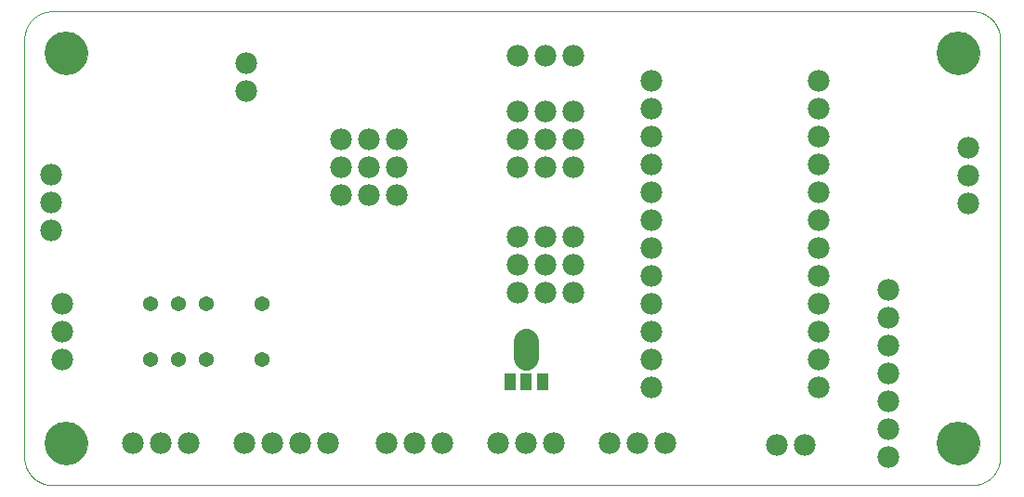
<source format=gbs>
G75*
%MOIN*%
%OFA0B0*%
%FSLAX25Y25*%
%IPPOS*%
%LPD*%
%AMOC8*
5,1,8,0,0,1.08239X$1,22.5*
%
%ADD10C,0.00000*%
%ADD11C,0.15350*%
%ADD12C,0.07800*%
%ADD13C,0.05400*%
%ADD14C,0.09061*%
%ADD15R,0.04134X0.06201*%
D10*
X0011300Y0001300D02*
X0341300Y0001300D01*
X0341542Y0001303D01*
X0341783Y0001312D01*
X0342024Y0001326D01*
X0342265Y0001347D01*
X0342505Y0001373D01*
X0342745Y0001405D01*
X0342984Y0001443D01*
X0343221Y0001486D01*
X0343458Y0001536D01*
X0343693Y0001591D01*
X0343927Y0001651D01*
X0344159Y0001718D01*
X0344390Y0001789D01*
X0344619Y0001867D01*
X0344846Y0001950D01*
X0345071Y0002038D01*
X0345294Y0002132D01*
X0345514Y0002231D01*
X0345732Y0002336D01*
X0345947Y0002445D01*
X0346160Y0002560D01*
X0346370Y0002680D01*
X0346576Y0002805D01*
X0346780Y0002935D01*
X0346981Y0003070D01*
X0347178Y0003210D01*
X0347372Y0003354D01*
X0347562Y0003503D01*
X0347748Y0003657D01*
X0347931Y0003815D01*
X0348110Y0003977D01*
X0348285Y0004144D01*
X0348456Y0004315D01*
X0348623Y0004490D01*
X0348785Y0004669D01*
X0348943Y0004852D01*
X0349097Y0005038D01*
X0349246Y0005228D01*
X0349390Y0005422D01*
X0349530Y0005619D01*
X0349665Y0005820D01*
X0349795Y0006024D01*
X0349920Y0006230D01*
X0350040Y0006440D01*
X0350155Y0006653D01*
X0350264Y0006868D01*
X0350369Y0007086D01*
X0350468Y0007306D01*
X0350562Y0007529D01*
X0350650Y0007754D01*
X0350733Y0007981D01*
X0350811Y0008210D01*
X0350882Y0008441D01*
X0350949Y0008673D01*
X0351009Y0008907D01*
X0351064Y0009142D01*
X0351114Y0009379D01*
X0351157Y0009616D01*
X0351195Y0009855D01*
X0351227Y0010095D01*
X0351253Y0010335D01*
X0351274Y0010576D01*
X0351288Y0010817D01*
X0351297Y0011058D01*
X0351300Y0011300D01*
X0351300Y0161300D01*
X0351297Y0161542D01*
X0351288Y0161783D01*
X0351274Y0162024D01*
X0351253Y0162265D01*
X0351227Y0162505D01*
X0351195Y0162745D01*
X0351157Y0162984D01*
X0351114Y0163221D01*
X0351064Y0163458D01*
X0351009Y0163693D01*
X0350949Y0163927D01*
X0350882Y0164159D01*
X0350811Y0164390D01*
X0350733Y0164619D01*
X0350650Y0164846D01*
X0350562Y0165071D01*
X0350468Y0165294D01*
X0350369Y0165514D01*
X0350264Y0165732D01*
X0350155Y0165947D01*
X0350040Y0166160D01*
X0349920Y0166370D01*
X0349795Y0166576D01*
X0349665Y0166780D01*
X0349530Y0166981D01*
X0349390Y0167178D01*
X0349246Y0167372D01*
X0349097Y0167562D01*
X0348943Y0167748D01*
X0348785Y0167931D01*
X0348623Y0168110D01*
X0348456Y0168285D01*
X0348285Y0168456D01*
X0348110Y0168623D01*
X0347931Y0168785D01*
X0347748Y0168943D01*
X0347562Y0169097D01*
X0347372Y0169246D01*
X0347178Y0169390D01*
X0346981Y0169530D01*
X0346780Y0169665D01*
X0346576Y0169795D01*
X0346370Y0169920D01*
X0346160Y0170040D01*
X0345947Y0170155D01*
X0345732Y0170264D01*
X0345514Y0170369D01*
X0345294Y0170468D01*
X0345071Y0170562D01*
X0344846Y0170650D01*
X0344619Y0170733D01*
X0344390Y0170811D01*
X0344159Y0170882D01*
X0343927Y0170949D01*
X0343693Y0171009D01*
X0343458Y0171064D01*
X0343221Y0171114D01*
X0342984Y0171157D01*
X0342745Y0171195D01*
X0342505Y0171227D01*
X0342265Y0171253D01*
X0342024Y0171274D01*
X0341783Y0171288D01*
X0341542Y0171297D01*
X0341300Y0171300D01*
X0011300Y0171300D01*
X0011058Y0171297D01*
X0010817Y0171288D01*
X0010576Y0171274D01*
X0010335Y0171253D01*
X0010095Y0171227D01*
X0009855Y0171195D01*
X0009616Y0171157D01*
X0009379Y0171114D01*
X0009142Y0171064D01*
X0008907Y0171009D01*
X0008673Y0170949D01*
X0008441Y0170882D01*
X0008210Y0170811D01*
X0007981Y0170733D01*
X0007754Y0170650D01*
X0007529Y0170562D01*
X0007306Y0170468D01*
X0007086Y0170369D01*
X0006868Y0170264D01*
X0006653Y0170155D01*
X0006440Y0170040D01*
X0006230Y0169920D01*
X0006024Y0169795D01*
X0005820Y0169665D01*
X0005619Y0169530D01*
X0005422Y0169390D01*
X0005228Y0169246D01*
X0005038Y0169097D01*
X0004852Y0168943D01*
X0004669Y0168785D01*
X0004490Y0168623D01*
X0004315Y0168456D01*
X0004144Y0168285D01*
X0003977Y0168110D01*
X0003815Y0167931D01*
X0003657Y0167748D01*
X0003503Y0167562D01*
X0003354Y0167372D01*
X0003210Y0167178D01*
X0003070Y0166981D01*
X0002935Y0166780D01*
X0002805Y0166576D01*
X0002680Y0166370D01*
X0002560Y0166160D01*
X0002445Y0165947D01*
X0002336Y0165732D01*
X0002231Y0165514D01*
X0002132Y0165294D01*
X0002038Y0165071D01*
X0001950Y0164846D01*
X0001867Y0164619D01*
X0001789Y0164390D01*
X0001718Y0164159D01*
X0001651Y0163927D01*
X0001591Y0163693D01*
X0001536Y0163458D01*
X0001486Y0163221D01*
X0001443Y0162984D01*
X0001405Y0162745D01*
X0001373Y0162505D01*
X0001347Y0162265D01*
X0001326Y0162024D01*
X0001312Y0161783D01*
X0001303Y0161542D01*
X0001300Y0161300D01*
X0001300Y0011300D01*
X0001303Y0011058D01*
X0001312Y0010817D01*
X0001326Y0010576D01*
X0001347Y0010335D01*
X0001373Y0010095D01*
X0001405Y0009855D01*
X0001443Y0009616D01*
X0001486Y0009379D01*
X0001536Y0009142D01*
X0001591Y0008907D01*
X0001651Y0008673D01*
X0001718Y0008441D01*
X0001789Y0008210D01*
X0001867Y0007981D01*
X0001950Y0007754D01*
X0002038Y0007529D01*
X0002132Y0007306D01*
X0002231Y0007086D01*
X0002336Y0006868D01*
X0002445Y0006653D01*
X0002560Y0006440D01*
X0002680Y0006230D01*
X0002805Y0006024D01*
X0002935Y0005820D01*
X0003070Y0005619D01*
X0003210Y0005422D01*
X0003354Y0005228D01*
X0003503Y0005038D01*
X0003657Y0004852D01*
X0003815Y0004669D01*
X0003977Y0004490D01*
X0004144Y0004315D01*
X0004315Y0004144D01*
X0004490Y0003977D01*
X0004669Y0003815D01*
X0004852Y0003657D01*
X0005038Y0003503D01*
X0005228Y0003354D01*
X0005422Y0003210D01*
X0005619Y0003070D01*
X0005820Y0002935D01*
X0006024Y0002805D01*
X0006230Y0002680D01*
X0006440Y0002560D01*
X0006653Y0002445D01*
X0006868Y0002336D01*
X0007086Y0002231D01*
X0007306Y0002132D01*
X0007529Y0002038D01*
X0007754Y0001950D01*
X0007981Y0001867D01*
X0008210Y0001789D01*
X0008441Y0001718D01*
X0008673Y0001651D01*
X0008907Y0001591D01*
X0009142Y0001536D01*
X0009379Y0001486D01*
X0009616Y0001443D01*
X0009855Y0001405D01*
X0010095Y0001373D01*
X0010335Y0001347D01*
X0010576Y0001326D01*
X0010817Y0001312D01*
X0011058Y0001303D01*
X0011300Y0001300D01*
X0008825Y0016300D02*
X0008827Y0016483D01*
X0008834Y0016667D01*
X0008845Y0016850D01*
X0008861Y0017033D01*
X0008881Y0017215D01*
X0008906Y0017397D01*
X0008935Y0017578D01*
X0008969Y0017758D01*
X0009007Y0017938D01*
X0009049Y0018116D01*
X0009096Y0018294D01*
X0009147Y0018470D01*
X0009202Y0018645D01*
X0009262Y0018818D01*
X0009326Y0018990D01*
X0009394Y0019161D01*
X0009466Y0019329D01*
X0009543Y0019496D01*
X0009623Y0019661D01*
X0009708Y0019824D01*
X0009796Y0019984D01*
X0009888Y0020143D01*
X0009985Y0020299D01*
X0010085Y0020453D01*
X0010189Y0020604D01*
X0010296Y0020753D01*
X0010407Y0020899D01*
X0010522Y0021042D01*
X0010640Y0021182D01*
X0010761Y0021320D01*
X0010886Y0021454D01*
X0011014Y0021586D01*
X0011146Y0021714D01*
X0011280Y0021839D01*
X0011418Y0021960D01*
X0011558Y0022078D01*
X0011701Y0022193D01*
X0011847Y0022304D01*
X0011996Y0022411D01*
X0012147Y0022515D01*
X0012301Y0022615D01*
X0012457Y0022712D01*
X0012616Y0022804D01*
X0012776Y0022892D01*
X0012939Y0022977D01*
X0013104Y0023057D01*
X0013271Y0023134D01*
X0013439Y0023206D01*
X0013610Y0023274D01*
X0013782Y0023338D01*
X0013955Y0023398D01*
X0014130Y0023453D01*
X0014306Y0023504D01*
X0014484Y0023551D01*
X0014662Y0023593D01*
X0014842Y0023631D01*
X0015022Y0023665D01*
X0015203Y0023694D01*
X0015385Y0023719D01*
X0015567Y0023739D01*
X0015750Y0023755D01*
X0015933Y0023766D01*
X0016117Y0023773D01*
X0016300Y0023775D01*
X0016483Y0023773D01*
X0016667Y0023766D01*
X0016850Y0023755D01*
X0017033Y0023739D01*
X0017215Y0023719D01*
X0017397Y0023694D01*
X0017578Y0023665D01*
X0017758Y0023631D01*
X0017938Y0023593D01*
X0018116Y0023551D01*
X0018294Y0023504D01*
X0018470Y0023453D01*
X0018645Y0023398D01*
X0018818Y0023338D01*
X0018990Y0023274D01*
X0019161Y0023206D01*
X0019329Y0023134D01*
X0019496Y0023057D01*
X0019661Y0022977D01*
X0019824Y0022892D01*
X0019984Y0022804D01*
X0020143Y0022712D01*
X0020299Y0022615D01*
X0020453Y0022515D01*
X0020604Y0022411D01*
X0020753Y0022304D01*
X0020899Y0022193D01*
X0021042Y0022078D01*
X0021182Y0021960D01*
X0021320Y0021839D01*
X0021454Y0021714D01*
X0021586Y0021586D01*
X0021714Y0021454D01*
X0021839Y0021320D01*
X0021960Y0021182D01*
X0022078Y0021042D01*
X0022193Y0020899D01*
X0022304Y0020753D01*
X0022411Y0020604D01*
X0022515Y0020453D01*
X0022615Y0020299D01*
X0022712Y0020143D01*
X0022804Y0019984D01*
X0022892Y0019824D01*
X0022977Y0019661D01*
X0023057Y0019496D01*
X0023134Y0019329D01*
X0023206Y0019161D01*
X0023274Y0018990D01*
X0023338Y0018818D01*
X0023398Y0018645D01*
X0023453Y0018470D01*
X0023504Y0018294D01*
X0023551Y0018116D01*
X0023593Y0017938D01*
X0023631Y0017758D01*
X0023665Y0017578D01*
X0023694Y0017397D01*
X0023719Y0017215D01*
X0023739Y0017033D01*
X0023755Y0016850D01*
X0023766Y0016667D01*
X0023773Y0016483D01*
X0023775Y0016300D01*
X0023773Y0016117D01*
X0023766Y0015933D01*
X0023755Y0015750D01*
X0023739Y0015567D01*
X0023719Y0015385D01*
X0023694Y0015203D01*
X0023665Y0015022D01*
X0023631Y0014842D01*
X0023593Y0014662D01*
X0023551Y0014484D01*
X0023504Y0014306D01*
X0023453Y0014130D01*
X0023398Y0013955D01*
X0023338Y0013782D01*
X0023274Y0013610D01*
X0023206Y0013439D01*
X0023134Y0013271D01*
X0023057Y0013104D01*
X0022977Y0012939D01*
X0022892Y0012776D01*
X0022804Y0012616D01*
X0022712Y0012457D01*
X0022615Y0012301D01*
X0022515Y0012147D01*
X0022411Y0011996D01*
X0022304Y0011847D01*
X0022193Y0011701D01*
X0022078Y0011558D01*
X0021960Y0011418D01*
X0021839Y0011280D01*
X0021714Y0011146D01*
X0021586Y0011014D01*
X0021454Y0010886D01*
X0021320Y0010761D01*
X0021182Y0010640D01*
X0021042Y0010522D01*
X0020899Y0010407D01*
X0020753Y0010296D01*
X0020604Y0010189D01*
X0020453Y0010085D01*
X0020299Y0009985D01*
X0020143Y0009888D01*
X0019984Y0009796D01*
X0019824Y0009708D01*
X0019661Y0009623D01*
X0019496Y0009543D01*
X0019329Y0009466D01*
X0019161Y0009394D01*
X0018990Y0009326D01*
X0018818Y0009262D01*
X0018645Y0009202D01*
X0018470Y0009147D01*
X0018294Y0009096D01*
X0018116Y0009049D01*
X0017938Y0009007D01*
X0017758Y0008969D01*
X0017578Y0008935D01*
X0017397Y0008906D01*
X0017215Y0008881D01*
X0017033Y0008861D01*
X0016850Y0008845D01*
X0016667Y0008834D01*
X0016483Y0008827D01*
X0016300Y0008825D01*
X0016117Y0008827D01*
X0015933Y0008834D01*
X0015750Y0008845D01*
X0015567Y0008861D01*
X0015385Y0008881D01*
X0015203Y0008906D01*
X0015022Y0008935D01*
X0014842Y0008969D01*
X0014662Y0009007D01*
X0014484Y0009049D01*
X0014306Y0009096D01*
X0014130Y0009147D01*
X0013955Y0009202D01*
X0013782Y0009262D01*
X0013610Y0009326D01*
X0013439Y0009394D01*
X0013271Y0009466D01*
X0013104Y0009543D01*
X0012939Y0009623D01*
X0012776Y0009708D01*
X0012616Y0009796D01*
X0012457Y0009888D01*
X0012301Y0009985D01*
X0012147Y0010085D01*
X0011996Y0010189D01*
X0011847Y0010296D01*
X0011701Y0010407D01*
X0011558Y0010522D01*
X0011418Y0010640D01*
X0011280Y0010761D01*
X0011146Y0010886D01*
X0011014Y0011014D01*
X0010886Y0011146D01*
X0010761Y0011280D01*
X0010640Y0011418D01*
X0010522Y0011558D01*
X0010407Y0011701D01*
X0010296Y0011847D01*
X0010189Y0011996D01*
X0010085Y0012147D01*
X0009985Y0012301D01*
X0009888Y0012457D01*
X0009796Y0012616D01*
X0009708Y0012776D01*
X0009623Y0012939D01*
X0009543Y0013104D01*
X0009466Y0013271D01*
X0009394Y0013439D01*
X0009326Y0013610D01*
X0009262Y0013782D01*
X0009202Y0013955D01*
X0009147Y0014130D01*
X0009096Y0014306D01*
X0009049Y0014484D01*
X0009007Y0014662D01*
X0008969Y0014842D01*
X0008935Y0015022D01*
X0008906Y0015203D01*
X0008881Y0015385D01*
X0008861Y0015567D01*
X0008845Y0015750D01*
X0008834Y0015933D01*
X0008827Y0016117D01*
X0008825Y0016300D01*
X0008825Y0156300D02*
X0008827Y0156483D01*
X0008834Y0156667D01*
X0008845Y0156850D01*
X0008861Y0157033D01*
X0008881Y0157215D01*
X0008906Y0157397D01*
X0008935Y0157578D01*
X0008969Y0157758D01*
X0009007Y0157938D01*
X0009049Y0158116D01*
X0009096Y0158294D01*
X0009147Y0158470D01*
X0009202Y0158645D01*
X0009262Y0158818D01*
X0009326Y0158990D01*
X0009394Y0159161D01*
X0009466Y0159329D01*
X0009543Y0159496D01*
X0009623Y0159661D01*
X0009708Y0159824D01*
X0009796Y0159984D01*
X0009888Y0160143D01*
X0009985Y0160299D01*
X0010085Y0160453D01*
X0010189Y0160604D01*
X0010296Y0160753D01*
X0010407Y0160899D01*
X0010522Y0161042D01*
X0010640Y0161182D01*
X0010761Y0161320D01*
X0010886Y0161454D01*
X0011014Y0161586D01*
X0011146Y0161714D01*
X0011280Y0161839D01*
X0011418Y0161960D01*
X0011558Y0162078D01*
X0011701Y0162193D01*
X0011847Y0162304D01*
X0011996Y0162411D01*
X0012147Y0162515D01*
X0012301Y0162615D01*
X0012457Y0162712D01*
X0012616Y0162804D01*
X0012776Y0162892D01*
X0012939Y0162977D01*
X0013104Y0163057D01*
X0013271Y0163134D01*
X0013439Y0163206D01*
X0013610Y0163274D01*
X0013782Y0163338D01*
X0013955Y0163398D01*
X0014130Y0163453D01*
X0014306Y0163504D01*
X0014484Y0163551D01*
X0014662Y0163593D01*
X0014842Y0163631D01*
X0015022Y0163665D01*
X0015203Y0163694D01*
X0015385Y0163719D01*
X0015567Y0163739D01*
X0015750Y0163755D01*
X0015933Y0163766D01*
X0016117Y0163773D01*
X0016300Y0163775D01*
X0016483Y0163773D01*
X0016667Y0163766D01*
X0016850Y0163755D01*
X0017033Y0163739D01*
X0017215Y0163719D01*
X0017397Y0163694D01*
X0017578Y0163665D01*
X0017758Y0163631D01*
X0017938Y0163593D01*
X0018116Y0163551D01*
X0018294Y0163504D01*
X0018470Y0163453D01*
X0018645Y0163398D01*
X0018818Y0163338D01*
X0018990Y0163274D01*
X0019161Y0163206D01*
X0019329Y0163134D01*
X0019496Y0163057D01*
X0019661Y0162977D01*
X0019824Y0162892D01*
X0019984Y0162804D01*
X0020143Y0162712D01*
X0020299Y0162615D01*
X0020453Y0162515D01*
X0020604Y0162411D01*
X0020753Y0162304D01*
X0020899Y0162193D01*
X0021042Y0162078D01*
X0021182Y0161960D01*
X0021320Y0161839D01*
X0021454Y0161714D01*
X0021586Y0161586D01*
X0021714Y0161454D01*
X0021839Y0161320D01*
X0021960Y0161182D01*
X0022078Y0161042D01*
X0022193Y0160899D01*
X0022304Y0160753D01*
X0022411Y0160604D01*
X0022515Y0160453D01*
X0022615Y0160299D01*
X0022712Y0160143D01*
X0022804Y0159984D01*
X0022892Y0159824D01*
X0022977Y0159661D01*
X0023057Y0159496D01*
X0023134Y0159329D01*
X0023206Y0159161D01*
X0023274Y0158990D01*
X0023338Y0158818D01*
X0023398Y0158645D01*
X0023453Y0158470D01*
X0023504Y0158294D01*
X0023551Y0158116D01*
X0023593Y0157938D01*
X0023631Y0157758D01*
X0023665Y0157578D01*
X0023694Y0157397D01*
X0023719Y0157215D01*
X0023739Y0157033D01*
X0023755Y0156850D01*
X0023766Y0156667D01*
X0023773Y0156483D01*
X0023775Y0156300D01*
X0023773Y0156117D01*
X0023766Y0155933D01*
X0023755Y0155750D01*
X0023739Y0155567D01*
X0023719Y0155385D01*
X0023694Y0155203D01*
X0023665Y0155022D01*
X0023631Y0154842D01*
X0023593Y0154662D01*
X0023551Y0154484D01*
X0023504Y0154306D01*
X0023453Y0154130D01*
X0023398Y0153955D01*
X0023338Y0153782D01*
X0023274Y0153610D01*
X0023206Y0153439D01*
X0023134Y0153271D01*
X0023057Y0153104D01*
X0022977Y0152939D01*
X0022892Y0152776D01*
X0022804Y0152616D01*
X0022712Y0152457D01*
X0022615Y0152301D01*
X0022515Y0152147D01*
X0022411Y0151996D01*
X0022304Y0151847D01*
X0022193Y0151701D01*
X0022078Y0151558D01*
X0021960Y0151418D01*
X0021839Y0151280D01*
X0021714Y0151146D01*
X0021586Y0151014D01*
X0021454Y0150886D01*
X0021320Y0150761D01*
X0021182Y0150640D01*
X0021042Y0150522D01*
X0020899Y0150407D01*
X0020753Y0150296D01*
X0020604Y0150189D01*
X0020453Y0150085D01*
X0020299Y0149985D01*
X0020143Y0149888D01*
X0019984Y0149796D01*
X0019824Y0149708D01*
X0019661Y0149623D01*
X0019496Y0149543D01*
X0019329Y0149466D01*
X0019161Y0149394D01*
X0018990Y0149326D01*
X0018818Y0149262D01*
X0018645Y0149202D01*
X0018470Y0149147D01*
X0018294Y0149096D01*
X0018116Y0149049D01*
X0017938Y0149007D01*
X0017758Y0148969D01*
X0017578Y0148935D01*
X0017397Y0148906D01*
X0017215Y0148881D01*
X0017033Y0148861D01*
X0016850Y0148845D01*
X0016667Y0148834D01*
X0016483Y0148827D01*
X0016300Y0148825D01*
X0016117Y0148827D01*
X0015933Y0148834D01*
X0015750Y0148845D01*
X0015567Y0148861D01*
X0015385Y0148881D01*
X0015203Y0148906D01*
X0015022Y0148935D01*
X0014842Y0148969D01*
X0014662Y0149007D01*
X0014484Y0149049D01*
X0014306Y0149096D01*
X0014130Y0149147D01*
X0013955Y0149202D01*
X0013782Y0149262D01*
X0013610Y0149326D01*
X0013439Y0149394D01*
X0013271Y0149466D01*
X0013104Y0149543D01*
X0012939Y0149623D01*
X0012776Y0149708D01*
X0012616Y0149796D01*
X0012457Y0149888D01*
X0012301Y0149985D01*
X0012147Y0150085D01*
X0011996Y0150189D01*
X0011847Y0150296D01*
X0011701Y0150407D01*
X0011558Y0150522D01*
X0011418Y0150640D01*
X0011280Y0150761D01*
X0011146Y0150886D01*
X0011014Y0151014D01*
X0010886Y0151146D01*
X0010761Y0151280D01*
X0010640Y0151418D01*
X0010522Y0151558D01*
X0010407Y0151701D01*
X0010296Y0151847D01*
X0010189Y0151996D01*
X0010085Y0152147D01*
X0009985Y0152301D01*
X0009888Y0152457D01*
X0009796Y0152616D01*
X0009708Y0152776D01*
X0009623Y0152939D01*
X0009543Y0153104D01*
X0009466Y0153271D01*
X0009394Y0153439D01*
X0009326Y0153610D01*
X0009262Y0153782D01*
X0009202Y0153955D01*
X0009147Y0154130D01*
X0009096Y0154306D01*
X0009049Y0154484D01*
X0009007Y0154662D01*
X0008969Y0154842D01*
X0008935Y0155022D01*
X0008906Y0155203D01*
X0008881Y0155385D01*
X0008861Y0155567D01*
X0008845Y0155750D01*
X0008834Y0155933D01*
X0008827Y0156117D01*
X0008825Y0156300D01*
X0328825Y0156300D02*
X0328827Y0156483D01*
X0328834Y0156667D01*
X0328845Y0156850D01*
X0328861Y0157033D01*
X0328881Y0157215D01*
X0328906Y0157397D01*
X0328935Y0157578D01*
X0328969Y0157758D01*
X0329007Y0157938D01*
X0329049Y0158116D01*
X0329096Y0158294D01*
X0329147Y0158470D01*
X0329202Y0158645D01*
X0329262Y0158818D01*
X0329326Y0158990D01*
X0329394Y0159161D01*
X0329466Y0159329D01*
X0329543Y0159496D01*
X0329623Y0159661D01*
X0329708Y0159824D01*
X0329796Y0159984D01*
X0329888Y0160143D01*
X0329985Y0160299D01*
X0330085Y0160453D01*
X0330189Y0160604D01*
X0330296Y0160753D01*
X0330407Y0160899D01*
X0330522Y0161042D01*
X0330640Y0161182D01*
X0330761Y0161320D01*
X0330886Y0161454D01*
X0331014Y0161586D01*
X0331146Y0161714D01*
X0331280Y0161839D01*
X0331418Y0161960D01*
X0331558Y0162078D01*
X0331701Y0162193D01*
X0331847Y0162304D01*
X0331996Y0162411D01*
X0332147Y0162515D01*
X0332301Y0162615D01*
X0332457Y0162712D01*
X0332616Y0162804D01*
X0332776Y0162892D01*
X0332939Y0162977D01*
X0333104Y0163057D01*
X0333271Y0163134D01*
X0333439Y0163206D01*
X0333610Y0163274D01*
X0333782Y0163338D01*
X0333955Y0163398D01*
X0334130Y0163453D01*
X0334306Y0163504D01*
X0334484Y0163551D01*
X0334662Y0163593D01*
X0334842Y0163631D01*
X0335022Y0163665D01*
X0335203Y0163694D01*
X0335385Y0163719D01*
X0335567Y0163739D01*
X0335750Y0163755D01*
X0335933Y0163766D01*
X0336117Y0163773D01*
X0336300Y0163775D01*
X0336483Y0163773D01*
X0336667Y0163766D01*
X0336850Y0163755D01*
X0337033Y0163739D01*
X0337215Y0163719D01*
X0337397Y0163694D01*
X0337578Y0163665D01*
X0337758Y0163631D01*
X0337938Y0163593D01*
X0338116Y0163551D01*
X0338294Y0163504D01*
X0338470Y0163453D01*
X0338645Y0163398D01*
X0338818Y0163338D01*
X0338990Y0163274D01*
X0339161Y0163206D01*
X0339329Y0163134D01*
X0339496Y0163057D01*
X0339661Y0162977D01*
X0339824Y0162892D01*
X0339984Y0162804D01*
X0340143Y0162712D01*
X0340299Y0162615D01*
X0340453Y0162515D01*
X0340604Y0162411D01*
X0340753Y0162304D01*
X0340899Y0162193D01*
X0341042Y0162078D01*
X0341182Y0161960D01*
X0341320Y0161839D01*
X0341454Y0161714D01*
X0341586Y0161586D01*
X0341714Y0161454D01*
X0341839Y0161320D01*
X0341960Y0161182D01*
X0342078Y0161042D01*
X0342193Y0160899D01*
X0342304Y0160753D01*
X0342411Y0160604D01*
X0342515Y0160453D01*
X0342615Y0160299D01*
X0342712Y0160143D01*
X0342804Y0159984D01*
X0342892Y0159824D01*
X0342977Y0159661D01*
X0343057Y0159496D01*
X0343134Y0159329D01*
X0343206Y0159161D01*
X0343274Y0158990D01*
X0343338Y0158818D01*
X0343398Y0158645D01*
X0343453Y0158470D01*
X0343504Y0158294D01*
X0343551Y0158116D01*
X0343593Y0157938D01*
X0343631Y0157758D01*
X0343665Y0157578D01*
X0343694Y0157397D01*
X0343719Y0157215D01*
X0343739Y0157033D01*
X0343755Y0156850D01*
X0343766Y0156667D01*
X0343773Y0156483D01*
X0343775Y0156300D01*
X0343773Y0156117D01*
X0343766Y0155933D01*
X0343755Y0155750D01*
X0343739Y0155567D01*
X0343719Y0155385D01*
X0343694Y0155203D01*
X0343665Y0155022D01*
X0343631Y0154842D01*
X0343593Y0154662D01*
X0343551Y0154484D01*
X0343504Y0154306D01*
X0343453Y0154130D01*
X0343398Y0153955D01*
X0343338Y0153782D01*
X0343274Y0153610D01*
X0343206Y0153439D01*
X0343134Y0153271D01*
X0343057Y0153104D01*
X0342977Y0152939D01*
X0342892Y0152776D01*
X0342804Y0152616D01*
X0342712Y0152457D01*
X0342615Y0152301D01*
X0342515Y0152147D01*
X0342411Y0151996D01*
X0342304Y0151847D01*
X0342193Y0151701D01*
X0342078Y0151558D01*
X0341960Y0151418D01*
X0341839Y0151280D01*
X0341714Y0151146D01*
X0341586Y0151014D01*
X0341454Y0150886D01*
X0341320Y0150761D01*
X0341182Y0150640D01*
X0341042Y0150522D01*
X0340899Y0150407D01*
X0340753Y0150296D01*
X0340604Y0150189D01*
X0340453Y0150085D01*
X0340299Y0149985D01*
X0340143Y0149888D01*
X0339984Y0149796D01*
X0339824Y0149708D01*
X0339661Y0149623D01*
X0339496Y0149543D01*
X0339329Y0149466D01*
X0339161Y0149394D01*
X0338990Y0149326D01*
X0338818Y0149262D01*
X0338645Y0149202D01*
X0338470Y0149147D01*
X0338294Y0149096D01*
X0338116Y0149049D01*
X0337938Y0149007D01*
X0337758Y0148969D01*
X0337578Y0148935D01*
X0337397Y0148906D01*
X0337215Y0148881D01*
X0337033Y0148861D01*
X0336850Y0148845D01*
X0336667Y0148834D01*
X0336483Y0148827D01*
X0336300Y0148825D01*
X0336117Y0148827D01*
X0335933Y0148834D01*
X0335750Y0148845D01*
X0335567Y0148861D01*
X0335385Y0148881D01*
X0335203Y0148906D01*
X0335022Y0148935D01*
X0334842Y0148969D01*
X0334662Y0149007D01*
X0334484Y0149049D01*
X0334306Y0149096D01*
X0334130Y0149147D01*
X0333955Y0149202D01*
X0333782Y0149262D01*
X0333610Y0149326D01*
X0333439Y0149394D01*
X0333271Y0149466D01*
X0333104Y0149543D01*
X0332939Y0149623D01*
X0332776Y0149708D01*
X0332616Y0149796D01*
X0332457Y0149888D01*
X0332301Y0149985D01*
X0332147Y0150085D01*
X0331996Y0150189D01*
X0331847Y0150296D01*
X0331701Y0150407D01*
X0331558Y0150522D01*
X0331418Y0150640D01*
X0331280Y0150761D01*
X0331146Y0150886D01*
X0331014Y0151014D01*
X0330886Y0151146D01*
X0330761Y0151280D01*
X0330640Y0151418D01*
X0330522Y0151558D01*
X0330407Y0151701D01*
X0330296Y0151847D01*
X0330189Y0151996D01*
X0330085Y0152147D01*
X0329985Y0152301D01*
X0329888Y0152457D01*
X0329796Y0152616D01*
X0329708Y0152776D01*
X0329623Y0152939D01*
X0329543Y0153104D01*
X0329466Y0153271D01*
X0329394Y0153439D01*
X0329326Y0153610D01*
X0329262Y0153782D01*
X0329202Y0153955D01*
X0329147Y0154130D01*
X0329096Y0154306D01*
X0329049Y0154484D01*
X0329007Y0154662D01*
X0328969Y0154842D01*
X0328935Y0155022D01*
X0328906Y0155203D01*
X0328881Y0155385D01*
X0328861Y0155567D01*
X0328845Y0155750D01*
X0328834Y0155933D01*
X0328827Y0156117D01*
X0328825Y0156300D01*
X0328825Y0016300D02*
X0328827Y0016483D01*
X0328834Y0016667D01*
X0328845Y0016850D01*
X0328861Y0017033D01*
X0328881Y0017215D01*
X0328906Y0017397D01*
X0328935Y0017578D01*
X0328969Y0017758D01*
X0329007Y0017938D01*
X0329049Y0018116D01*
X0329096Y0018294D01*
X0329147Y0018470D01*
X0329202Y0018645D01*
X0329262Y0018818D01*
X0329326Y0018990D01*
X0329394Y0019161D01*
X0329466Y0019329D01*
X0329543Y0019496D01*
X0329623Y0019661D01*
X0329708Y0019824D01*
X0329796Y0019984D01*
X0329888Y0020143D01*
X0329985Y0020299D01*
X0330085Y0020453D01*
X0330189Y0020604D01*
X0330296Y0020753D01*
X0330407Y0020899D01*
X0330522Y0021042D01*
X0330640Y0021182D01*
X0330761Y0021320D01*
X0330886Y0021454D01*
X0331014Y0021586D01*
X0331146Y0021714D01*
X0331280Y0021839D01*
X0331418Y0021960D01*
X0331558Y0022078D01*
X0331701Y0022193D01*
X0331847Y0022304D01*
X0331996Y0022411D01*
X0332147Y0022515D01*
X0332301Y0022615D01*
X0332457Y0022712D01*
X0332616Y0022804D01*
X0332776Y0022892D01*
X0332939Y0022977D01*
X0333104Y0023057D01*
X0333271Y0023134D01*
X0333439Y0023206D01*
X0333610Y0023274D01*
X0333782Y0023338D01*
X0333955Y0023398D01*
X0334130Y0023453D01*
X0334306Y0023504D01*
X0334484Y0023551D01*
X0334662Y0023593D01*
X0334842Y0023631D01*
X0335022Y0023665D01*
X0335203Y0023694D01*
X0335385Y0023719D01*
X0335567Y0023739D01*
X0335750Y0023755D01*
X0335933Y0023766D01*
X0336117Y0023773D01*
X0336300Y0023775D01*
X0336483Y0023773D01*
X0336667Y0023766D01*
X0336850Y0023755D01*
X0337033Y0023739D01*
X0337215Y0023719D01*
X0337397Y0023694D01*
X0337578Y0023665D01*
X0337758Y0023631D01*
X0337938Y0023593D01*
X0338116Y0023551D01*
X0338294Y0023504D01*
X0338470Y0023453D01*
X0338645Y0023398D01*
X0338818Y0023338D01*
X0338990Y0023274D01*
X0339161Y0023206D01*
X0339329Y0023134D01*
X0339496Y0023057D01*
X0339661Y0022977D01*
X0339824Y0022892D01*
X0339984Y0022804D01*
X0340143Y0022712D01*
X0340299Y0022615D01*
X0340453Y0022515D01*
X0340604Y0022411D01*
X0340753Y0022304D01*
X0340899Y0022193D01*
X0341042Y0022078D01*
X0341182Y0021960D01*
X0341320Y0021839D01*
X0341454Y0021714D01*
X0341586Y0021586D01*
X0341714Y0021454D01*
X0341839Y0021320D01*
X0341960Y0021182D01*
X0342078Y0021042D01*
X0342193Y0020899D01*
X0342304Y0020753D01*
X0342411Y0020604D01*
X0342515Y0020453D01*
X0342615Y0020299D01*
X0342712Y0020143D01*
X0342804Y0019984D01*
X0342892Y0019824D01*
X0342977Y0019661D01*
X0343057Y0019496D01*
X0343134Y0019329D01*
X0343206Y0019161D01*
X0343274Y0018990D01*
X0343338Y0018818D01*
X0343398Y0018645D01*
X0343453Y0018470D01*
X0343504Y0018294D01*
X0343551Y0018116D01*
X0343593Y0017938D01*
X0343631Y0017758D01*
X0343665Y0017578D01*
X0343694Y0017397D01*
X0343719Y0017215D01*
X0343739Y0017033D01*
X0343755Y0016850D01*
X0343766Y0016667D01*
X0343773Y0016483D01*
X0343775Y0016300D01*
X0343773Y0016117D01*
X0343766Y0015933D01*
X0343755Y0015750D01*
X0343739Y0015567D01*
X0343719Y0015385D01*
X0343694Y0015203D01*
X0343665Y0015022D01*
X0343631Y0014842D01*
X0343593Y0014662D01*
X0343551Y0014484D01*
X0343504Y0014306D01*
X0343453Y0014130D01*
X0343398Y0013955D01*
X0343338Y0013782D01*
X0343274Y0013610D01*
X0343206Y0013439D01*
X0343134Y0013271D01*
X0343057Y0013104D01*
X0342977Y0012939D01*
X0342892Y0012776D01*
X0342804Y0012616D01*
X0342712Y0012457D01*
X0342615Y0012301D01*
X0342515Y0012147D01*
X0342411Y0011996D01*
X0342304Y0011847D01*
X0342193Y0011701D01*
X0342078Y0011558D01*
X0341960Y0011418D01*
X0341839Y0011280D01*
X0341714Y0011146D01*
X0341586Y0011014D01*
X0341454Y0010886D01*
X0341320Y0010761D01*
X0341182Y0010640D01*
X0341042Y0010522D01*
X0340899Y0010407D01*
X0340753Y0010296D01*
X0340604Y0010189D01*
X0340453Y0010085D01*
X0340299Y0009985D01*
X0340143Y0009888D01*
X0339984Y0009796D01*
X0339824Y0009708D01*
X0339661Y0009623D01*
X0339496Y0009543D01*
X0339329Y0009466D01*
X0339161Y0009394D01*
X0338990Y0009326D01*
X0338818Y0009262D01*
X0338645Y0009202D01*
X0338470Y0009147D01*
X0338294Y0009096D01*
X0338116Y0009049D01*
X0337938Y0009007D01*
X0337758Y0008969D01*
X0337578Y0008935D01*
X0337397Y0008906D01*
X0337215Y0008881D01*
X0337033Y0008861D01*
X0336850Y0008845D01*
X0336667Y0008834D01*
X0336483Y0008827D01*
X0336300Y0008825D01*
X0336117Y0008827D01*
X0335933Y0008834D01*
X0335750Y0008845D01*
X0335567Y0008861D01*
X0335385Y0008881D01*
X0335203Y0008906D01*
X0335022Y0008935D01*
X0334842Y0008969D01*
X0334662Y0009007D01*
X0334484Y0009049D01*
X0334306Y0009096D01*
X0334130Y0009147D01*
X0333955Y0009202D01*
X0333782Y0009262D01*
X0333610Y0009326D01*
X0333439Y0009394D01*
X0333271Y0009466D01*
X0333104Y0009543D01*
X0332939Y0009623D01*
X0332776Y0009708D01*
X0332616Y0009796D01*
X0332457Y0009888D01*
X0332301Y0009985D01*
X0332147Y0010085D01*
X0331996Y0010189D01*
X0331847Y0010296D01*
X0331701Y0010407D01*
X0331558Y0010522D01*
X0331418Y0010640D01*
X0331280Y0010761D01*
X0331146Y0010886D01*
X0331014Y0011014D01*
X0330886Y0011146D01*
X0330761Y0011280D01*
X0330640Y0011418D01*
X0330522Y0011558D01*
X0330407Y0011701D01*
X0330296Y0011847D01*
X0330189Y0011996D01*
X0330085Y0012147D01*
X0329985Y0012301D01*
X0329888Y0012457D01*
X0329796Y0012616D01*
X0329708Y0012776D01*
X0329623Y0012939D01*
X0329543Y0013104D01*
X0329466Y0013271D01*
X0329394Y0013439D01*
X0329326Y0013610D01*
X0329262Y0013782D01*
X0329202Y0013955D01*
X0329147Y0014130D01*
X0329096Y0014306D01*
X0329049Y0014484D01*
X0329007Y0014662D01*
X0328969Y0014842D01*
X0328935Y0015022D01*
X0328906Y0015203D01*
X0328881Y0015385D01*
X0328861Y0015567D01*
X0328845Y0015750D01*
X0328834Y0015933D01*
X0328827Y0016117D01*
X0328825Y0016300D01*
D11*
X0336300Y0016300D03*
X0336300Y0156300D03*
X0016300Y0156300D03*
X0016300Y0016300D03*
D12*
X0040300Y0016300D03*
X0050300Y0016300D03*
X0060300Y0016300D03*
X0080300Y0016300D03*
X0090300Y0016300D03*
X0100300Y0016300D03*
X0110300Y0016300D03*
X0131300Y0016300D03*
X0141300Y0016300D03*
X0151300Y0016300D03*
X0171300Y0016300D03*
X0181300Y0016300D03*
X0191300Y0016300D03*
X0211300Y0016300D03*
X0221300Y0016300D03*
X0231300Y0016300D03*
X0271300Y0015800D03*
X0281300Y0015800D03*
X0311300Y0011300D03*
X0311300Y0021300D03*
X0311300Y0031300D03*
X0311300Y0041300D03*
X0311300Y0051300D03*
X0311300Y0061300D03*
X0311300Y0071300D03*
X0286300Y0066300D03*
X0286300Y0056300D03*
X0286300Y0046300D03*
X0286300Y0036300D03*
X0226300Y0036300D03*
X0226300Y0046300D03*
X0226300Y0056300D03*
X0226300Y0066300D03*
X0226300Y0076300D03*
X0226300Y0086300D03*
X0226300Y0096300D03*
X0226300Y0106300D03*
X0226300Y0116300D03*
X0226300Y0126300D03*
X0226300Y0136300D03*
X0226300Y0146300D03*
X0198300Y0155300D03*
X0188300Y0155300D03*
X0178300Y0155300D03*
X0178300Y0135300D03*
X0188300Y0135300D03*
X0198300Y0135300D03*
X0198300Y0125300D03*
X0188300Y0125300D03*
X0178300Y0125300D03*
X0178300Y0115300D03*
X0188300Y0115300D03*
X0198300Y0115300D03*
X0198300Y0090300D03*
X0188300Y0090300D03*
X0178300Y0090300D03*
X0178300Y0080300D03*
X0188300Y0080300D03*
X0198300Y0080300D03*
X0198300Y0070300D03*
X0188300Y0070300D03*
X0178300Y0070300D03*
X0134800Y0105300D03*
X0124800Y0105300D03*
X0114800Y0105300D03*
X0114800Y0115300D03*
X0124800Y0115300D03*
X0134800Y0115300D03*
X0134800Y0125300D03*
X0124800Y0125300D03*
X0114800Y0125300D03*
X0081000Y0142600D03*
X0081000Y0152600D03*
X0011000Y0112600D03*
X0011000Y0102600D03*
X0011000Y0092600D03*
X0014800Y0066300D03*
X0014800Y0056300D03*
X0014800Y0046300D03*
X0286300Y0076300D03*
X0286300Y0086300D03*
X0286300Y0096300D03*
X0286300Y0106300D03*
X0286300Y0116300D03*
X0286300Y0126300D03*
X0286300Y0136300D03*
X0286300Y0146300D03*
X0339800Y0122300D03*
X0339800Y0112300D03*
X0339800Y0102300D03*
D13*
X0086400Y0066300D03*
X0066400Y0066300D03*
X0056400Y0066300D03*
X0046400Y0066300D03*
X0046400Y0046300D03*
X0056400Y0046300D03*
X0066400Y0046300D03*
X0086400Y0046300D03*
D14*
X0181300Y0052954D02*
X0181300Y0052954D01*
X0181300Y0047048D01*
X0181300Y0047048D01*
X0181300Y0052954D01*
D15*
X0181300Y0038475D03*
X0175394Y0038475D03*
X0187206Y0038475D03*
M02*

</source>
